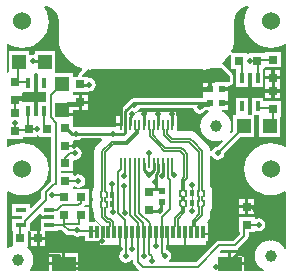
<source format=gtl>
G04*
G04 #@! TF.GenerationSoftware,Altium Limited,Altium Designer,20.0.13 (296)*
G04*
G04 Layer_Physical_Order=1*
G04 Layer_Color=255*
%FSLAX44Y44*%
%MOMM*%
G71*
G01*
G75*
%ADD11C,0.2000*%
%ADD14R,0.3000X1.0000*%
%ADD15R,2.0000X1.3000*%
G04:AMPARAMS|DCode=16|XSize=0.2mm|YSize=0.565mm|CornerRadius=0.05mm|HoleSize=0mm|Usage=FLASHONLY|Rotation=0.000|XOffset=0mm|YOffset=0mm|HoleType=Round|Shape=RoundedRectangle|*
%AMROUNDEDRECTD16*
21,1,0.2000,0.4650,0,0,0.0*
21,1,0.1000,0.5650,0,0,0.0*
1,1,0.1000,0.0500,-0.2325*
1,1,0.1000,-0.0500,-0.2325*
1,1,0.1000,-0.0500,0.2325*
1,1,0.1000,0.0500,0.2325*
%
%ADD16ROUNDEDRECTD16*%
G04:AMPARAMS|DCode=17|XSize=0.4mm|YSize=0.565mm|CornerRadius=0.05mm|HoleSize=0mm|Usage=FLASHONLY|Rotation=0.000|XOffset=0mm|YOffset=0mm|HoleType=Round|Shape=RoundedRectangle|*
%AMROUNDEDRECTD17*
21,1,0.4000,0.4650,0,0,0.0*
21,1,0.3000,0.5650,0,0,0.0*
1,1,0.1000,0.1500,-0.2325*
1,1,0.1000,-0.1500,-0.2325*
1,1,0.1000,-0.1500,0.2325*
1,1,0.1000,0.1500,0.2325*
%
%ADD17ROUNDEDRECTD17*%
%ADD18R,0.2300X0.9200*%
%ADD19R,0.4000X0.9000*%
%ADD20R,0.9000X0.4000*%
%ADD21R,0.7000X0.7600*%
%ADD22R,0.7600X0.7000*%
%ADD23R,1.1430X1.2700*%
%ADD24R,1.2700X1.1430*%
%ADD25R,0.6000X0.6000*%
%ADD26R,0.6000X0.6000*%
%ADD42C,0.1000*%
%ADD43C,1.0000*%
%ADD44C,0.1270*%
%ADD45C,0.1500*%
%ADD46C,0.2200*%
%ADD47C,0.3810*%
%ADD48C,1.5240*%
%ADD49C,0.5000*%
G36*
X-84090Y-98213D02*
X-80912Y-99529D01*
X-78183Y-101623D01*
X-76090Y-104352D01*
X-74773Y-107530D01*
X-74346Y-110771D01*
X-74369Y-110940D01*
Y-124900D01*
X-74393D01*
X-74062Y-129107D01*
X-73077Y-133210D01*
X-71462Y-137109D01*
X-69257Y-140707D01*
X-66516Y-143916D01*
X-63307Y-146657D01*
X-59709Y-148862D01*
X-55810Y-150477D01*
X-54648Y-150756D01*
X-54304Y-151978D01*
X-56870Y-154544D01*
X-57533Y-155536D01*
X-57765Y-156707D01*
X-57693Y-157070D01*
X-58633Y-158339D01*
X-58637Y-158340D01*
X-61900D01*
Y-155035D01*
X-76195D01*
X-77285Y-154600D01*
Y-135900D01*
X-94715D01*
Y-138647D01*
X-95697Y-139453D01*
X-96000Y-139392D01*
X-98015Y-139793D01*
X-98377Y-139718D01*
X-99285Y-139233D01*
Y-135900D01*
X-116715D01*
Y-153585D01*
X-117985Y-154565D01*
X-118131Y-154527D01*
Y-130521D01*
X-116861Y-129912D01*
X-113479Y-131720D01*
X-109323Y-132981D01*
X-105000Y-133407D01*
X-100677Y-132981D01*
X-96521Y-131720D01*
X-92690Y-129673D01*
X-89333Y-126917D01*
X-86577Y-123560D01*
X-84530Y-119729D01*
X-83269Y-115573D01*
X-82843Y-111250D01*
X-83269Y-106927D01*
X-84530Y-102771D01*
X-86447Y-99184D01*
X-86115Y-98441D01*
X-85706Y-98000D01*
X-84090Y-98213D01*
D02*
G37*
G36*
X70500Y-157500D02*
Y-161541D01*
X69750Y-162500D01*
X57750D01*
Y-162960D01*
X55250D01*
Y-168500D01*
X53750D01*
Y-170000D01*
X48210D01*
Y-174040D01*
X47750Y-174250D01*
Y-175750D01*
X-10000D01*
X-10320Y-176070D01*
X-11000D01*
X-12600Y-176388D01*
X-13956Y-177294D01*
X-20956Y-184294D01*
X-21862Y-185650D01*
X-22180Y-187250D01*
Y-191360D01*
X-25690D01*
Y-200250D01*
X-61950D01*
Y-194500D01*
X-61950D01*
X-62360Y-194005D01*
Y-186922D01*
X-62340Y-185660D01*
X-61090Y-185660D01*
X-57500D01*
Y-179620D01*
Y-173580D01*
X-61526D01*
X-61900Y-172465D01*
X-61900Y-172310D01*
Y-170880D01*
X-49200D01*
Y-170682D01*
X-48500Y-170108D01*
X-46354Y-169681D01*
X-44535Y-168465D01*
X-43319Y-166646D01*
X-42892Y-164500D01*
X-43319Y-162354D01*
X-44535Y-160535D01*
X-46354Y-159319D01*
X-48500Y-158892D01*
X-49200Y-158318D01*
Y-157880D01*
X-54221D01*
X-54707Y-156707D01*
X-49626Y-151625D01*
X-47500Y-151793D01*
Y-151793D01*
X-46230Y-151769D01*
X47500Y-151769D01*
Y-151793D01*
X51707Y-151462D01*
X55810Y-150477D01*
X56357Y-150250D01*
X63250D01*
X70500Y-157500D01*
D02*
G37*
G36*
X86115Y-98441D02*
X86447Y-99184D01*
X84530Y-102771D01*
X83269Y-106927D01*
X82843Y-111250D01*
X83269Y-115573D01*
X84530Y-119729D01*
X86577Y-123560D01*
X89333Y-126917D01*
X92690Y-129673D01*
X96521Y-131720D01*
X100677Y-132981D01*
X105000Y-133407D01*
X109323Y-132981D01*
X113479Y-131720D01*
X116861Y-129912D01*
X118131Y-130521D01*
X118131Y-216979D01*
X116861Y-217588D01*
X113479Y-215780D01*
X109323Y-214519D01*
X105000Y-214093D01*
X100677Y-214519D01*
X96521Y-215780D01*
X92690Y-217827D01*
X89333Y-220583D01*
X86577Y-223940D01*
X84530Y-227771D01*
X83269Y-231928D01*
X82843Y-236250D01*
X83269Y-240572D01*
X84530Y-244729D01*
X86577Y-248560D01*
X89333Y-251917D01*
X92690Y-254673D01*
X96521Y-256720D01*
X100677Y-257981D01*
X105000Y-258407D01*
X109323Y-257981D01*
X113479Y-256720D01*
X116861Y-254912D01*
X118131Y-255521D01*
X118131Y-303646D01*
X116861Y-303899D01*
X116465Y-302941D01*
X114361Y-300199D01*
X111619Y-298095D01*
X108426Y-296773D01*
X105000Y-296322D01*
X101574Y-296773D01*
X98381Y-298095D01*
X95639Y-300199D01*
X93535Y-302941D01*
X92213Y-306134D01*
X91762Y-309560D01*
X92213Y-312986D01*
X93535Y-316179D01*
X95639Y-318921D01*
X98381Y-321025D01*
X99339Y-321421D01*
X99086Y-322691D01*
X82860D01*
Y-317560D01*
X70320D01*
Y-316060D01*
X68820D01*
Y-307020D01*
X62297D01*
X61810Y-305847D01*
X63084Y-304573D01*
X74750D01*
X76213Y-304282D01*
X77454Y-303454D01*
X85454Y-295454D01*
X86282Y-294213D01*
X86573Y-292750D01*
Y-289620D01*
X91550D01*
Y-288907D01*
X92670Y-288308D01*
X92854Y-288431D01*
X95000Y-288858D01*
X97146Y-288431D01*
X98965Y-287215D01*
X100181Y-285396D01*
X100608Y-283250D01*
X100181Y-281104D01*
X98965Y-279285D01*
X97146Y-278069D01*
X95000Y-277642D01*
X92854Y-278069D01*
X92670Y-278192D01*
X91550Y-277593D01*
Y-276620D01*
X77950D01*
Y-289620D01*
X78927D01*
Y-291166D01*
X73166Y-296927D01*
X61500D01*
X60037Y-297218D01*
X58796Y-298046D01*
X41809Y-315034D01*
X19404D01*
X19018Y-313764D01*
X19465Y-313465D01*
X20681Y-311646D01*
X21108Y-309500D01*
X20681Y-307354D01*
X19465Y-305535D01*
X17646Y-304319D01*
X16823Y-304156D01*
Y-300060D01*
X50250D01*
Y-296600D01*
X51790D01*
Y-281520D01*
X51790D01*
X51395Y-280565D01*
X51838Y-280122D01*
X52902Y-278736D01*
X53570Y-277122D01*
X53798Y-275390D01*
Y-271770D01*
X54641Y-270672D01*
X55296Y-269091D01*
X55519Y-267394D01*
Y-262744D01*
X55296Y-261047D01*
X55232Y-260894D01*
X55296Y-260741D01*
X55519Y-259044D01*
Y-254394D01*
X55296Y-252697D01*
X54641Y-251116D01*
X53798Y-250018D01*
Y-225017D01*
X55068Y-224891D01*
X55069Y-224896D01*
X56285Y-226715D01*
X58104Y-227931D01*
X60250Y-228358D01*
X62396Y-227931D01*
X64215Y-226715D01*
X65431Y-224896D01*
X65847Y-222806D01*
X79303Y-209350D01*
X90965D01*
X90965Y-190650D01*
X92173Y-190500D01*
X94327D01*
X95535Y-190650D01*
Y-209350D01*
X112965D01*
Y-191870D01*
X113800D01*
Y-178870D01*
X100200D01*
Y-178870D01*
X99000Y-178701D01*
Y-175500D01*
X89000D01*
X89000Y-190500D01*
X87792Y-190650D01*
X87208D01*
X86000Y-190500D01*
X86000Y-189380D01*
Y-175500D01*
X76000D01*
X76000Y-190500D01*
X74792Y-190650D01*
X73535D01*
Y-203582D01*
X71404Y-205714D01*
X70327Y-204994D01*
X71287Y-202676D01*
X71738Y-199250D01*
X71287Y-195824D01*
X69965Y-192631D01*
X67861Y-189889D01*
X65119Y-187785D01*
X63368Y-187060D01*
X63621Y-185790D01*
X69290D01*
Y-181750D01*
X63750D01*
Y-178750D01*
X69290D01*
Y-174710D01*
X69290D01*
Y-174040D01*
X69290D01*
Y-170000D01*
X63750D01*
Y-167000D01*
X69290D01*
Y-166511D01*
X70122Y-165536D01*
X70515Y-165407D01*
X70921Y-165326D01*
X71077Y-165222D01*
X71255Y-165163D01*
X71569Y-164893D01*
X71913Y-164663D01*
X72017Y-164507D01*
X72160Y-164384D01*
X72910Y-163425D01*
X73096Y-163055D01*
X73326Y-162711D01*
X73363Y-162527D01*
X73447Y-162359D01*
X73478Y-161947D01*
X73559Y-161541D01*
Y-157500D01*
X73559Y-157500D01*
X73326Y-156329D01*
X72663Y-155337D01*
X72663Y-155337D01*
X65413Y-148087D01*
X64420Y-147424D01*
X64375Y-147415D01*
X64019Y-146049D01*
X66516Y-143916D01*
X69257Y-140707D01*
X70360Y-138907D01*
X71630Y-139265D01*
Y-151300D01*
X74813D01*
X76000Y-151500D01*
Y-166500D01*
X86000D01*
Y-166040D01*
X86000D01*
Y-159000D01*
X89000D01*
Y-166040D01*
X89000D01*
Y-166500D01*
X99000D01*
Y-151500D01*
X99870Y-151300D01*
Y-151013D01*
X100200Y-149880D01*
X113800D01*
Y-136880D01*
X100200D01*
X99870Y-137700D01*
X86870D01*
Y-138497D01*
X85600Y-138940D01*
X84630Y-138225D01*
Y-137700D01*
X72556D01*
X72517Y-137679D01*
X71743Y-136430D01*
X73077Y-133210D01*
X74062Y-129107D01*
X74393Y-124900D01*
X74369D01*
Y-110940D01*
X74346Y-110771D01*
X74773Y-107530D01*
X76090Y-104352D01*
X78183Y-101623D01*
X80912Y-99529D01*
X84090Y-98213D01*
X85706Y-98000D01*
X86115Y-98441D01*
D02*
G37*
G36*
X-92195Y-155555D02*
Y-170500D01*
X-85417D01*
X-84738Y-171770D01*
X-85018Y-172189D01*
X-85328Y-173750D01*
X-85328Y-173750D01*
Y-179500D01*
X-92195D01*
Y-179960D01*
X-92196D01*
Y-187000D01*
X-95195D01*
Y-179960D01*
X-95195D01*
Y-179500D01*
X-105160D01*
Y-178870D01*
X-111500D01*
Y-175870D01*
X-105160D01*
Y-171756D01*
X-105160Y-171330D01*
X-104234Y-170500D01*
X-95195D01*
Y-155671D01*
X-95055Y-155359D01*
X-94340Y-154639D01*
X-93108D01*
X-92195Y-155555D01*
D02*
G37*
G36*
X-90630Y-208187D02*
Y-208550D01*
X-80828D01*
Y-245829D01*
X-81203Y-246079D01*
X-81203Y-246079D01*
X-87799Y-252675D01*
X-88683Y-253998D01*
X-88993Y-255559D01*
X-88993Y-255559D01*
Y-260476D01*
X-97577Y-269059D01*
X-98750Y-268573D01*
Y-265500D01*
X-113750D01*
Y-275500D01*
X-105677D01*
X-105191Y-276673D01*
X-105763Y-277245D01*
X-106601Y-278500D01*
X-113750D01*
Y-288500D01*
X-113370D01*
Y-300854D01*
X-115619Y-301785D01*
X-116992Y-302839D01*
X-118131Y-302277D01*
Y-255521D01*
X-116861Y-254912D01*
X-113479Y-256720D01*
X-109323Y-257981D01*
X-105000Y-258407D01*
X-100677Y-257981D01*
X-96521Y-256720D01*
X-92690Y-254673D01*
X-89333Y-251917D01*
X-86577Y-248560D01*
X-84530Y-244729D01*
X-83269Y-240572D01*
X-82843Y-236250D01*
X-83269Y-231928D01*
X-84530Y-227771D01*
X-86577Y-223940D01*
X-89333Y-220583D01*
X-92690Y-217827D01*
X-96521Y-215780D01*
X-100677Y-214519D01*
X-105000Y-214093D01*
X-109323Y-214519D01*
X-113479Y-215780D01*
X-116861Y-217588D01*
X-118131Y-216979D01*
Y-210490D01*
X-104700D01*
Y-208550D01*
X-97444D01*
X-97050Y-208628D01*
X-96656Y-208550D01*
X-92870D01*
Y-207706D01*
X-92750Y-207608D01*
X-91612Y-207381D01*
X-90630Y-208187D01*
D02*
G37*
G36*
X-37689Y-211354D02*
X-42227Y-215891D01*
X-43291Y-217278D01*
X-43959Y-218892D01*
X-44187Y-220624D01*
Y-250949D01*
X-45030Y-252047D01*
X-45685Y-253628D01*
X-45908Y-255325D01*
Y-259975D01*
X-45685Y-261672D01*
X-45621Y-261825D01*
X-45685Y-261978D01*
X-45908Y-263675D01*
Y-268325D01*
X-45685Y-270022D01*
X-45030Y-271603D01*
X-44187Y-272701D01*
Y-277049D01*
X-43959Y-278781D01*
X-43541Y-279790D01*
X-44285Y-281060D01*
X-48450D01*
Y-268620D01*
X-52193D01*
X-52679Y-267447D01*
X-52549Y-267316D01*
X-52549Y-267316D01*
X-51923Y-266380D01*
X-48450D01*
Y-253380D01*
X-60941D01*
X-61950Y-252750D01*
X-61950Y-252151D01*
Y-251519D01*
X-60680Y-250840D01*
X-59796Y-251431D01*
X-57650Y-251858D01*
X-55504Y-251431D01*
X-53685Y-250215D01*
X-52469Y-248396D01*
X-52042Y-246250D01*
X-52469Y-244104D01*
X-53685Y-242285D01*
X-55504Y-241069D01*
X-57650Y-240642D01*
X-59796Y-241069D01*
X-60680Y-241660D01*
X-61950Y-240981D01*
Y-239750D01*
X-72672D01*
Y-237510D01*
X-61950D01*
Y-228928D01*
X-60968Y-228122D01*
X-60290Y-228257D01*
X-58144Y-227830D01*
X-56325Y-226615D01*
X-55109Y-224795D01*
X-54682Y-222649D01*
X-55109Y-220503D01*
X-56325Y-218684D01*
X-58144Y-217468D01*
X-60290Y-217042D01*
X-61428Y-217268D01*
X-62410Y-216462D01*
Y-212082D01*
X-61140Y-211282D01*
X-59500Y-211608D01*
X-57354Y-211181D01*
X-55857Y-210180D01*
X-38175D01*
X-37689Y-211354D01*
D02*
G37*
G36*
X39819Y-185646D02*
X41035Y-187465D01*
X42854Y-188681D01*
X45000Y-189108D01*
X47146Y-188681D01*
X48965Y-187465D01*
X49777Y-186250D01*
X52269D01*
X52521Y-187520D01*
X51881Y-187785D01*
X49139Y-189889D01*
X47035Y-192631D01*
X45713Y-195824D01*
X45262Y-199250D01*
X45713Y-202676D01*
X47035Y-205869D01*
X49139Y-208611D01*
X51881Y-210715D01*
X55074Y-212037D01*
X58500Y-212488D01*
X61926Y-212037D01*
X64244Y-211077D01*
X64964Y-212154D01*
X59907Y-217211D01*
X58104Y-217569D01*
X56285Y-218785D01*
X55069Y-220604D01*
X55068Y-220608D01*
X53798Y-220483D01*
Y-220446D01*
X53570Y-218714D01*
X52902Y-217100D01*
X51838Y-215714D01*
X44812Y-208687D01*
X44812Y-208687D01*
X41856Y-205732D01*
X40470Y-204668D01*
X38856Y-204000D01*
X37124Y-203772D01*
X25690D01*
Y-191360D01*
X25150D01*
Y-187900D01*
X-6520D01*
X-6905Y-186630D01*
X-6285Y-186215D01*
X-5092Y-184430D01*
X39577D01*
X39819Y-185646D01*
D02*
G37*
G36*
X-89750Y-274427D02*
Y-275500D01*
X-89290D01*
Y-275501D01*
X-82250D01*
Y-278500D01*
X-89290D01*
Y-278500D01*
X-89750D01*
Y-288410D01*
X-90130D01*
Y-293250D01*
X-85590D01*
Y-288500D01*
X-74750D01*
Y-287578D01*
X-71809D01*
X-68634Y-290754D01*
X-68634Y-290754D01*
X-67311Y-291638D01*
X-65750Y-291948D01*
X-65750Y-291948D01*
X-62546D01*
X-60896Y-293051D01*
X-58750Y-293478D01*
X-56604Y-293051D01*
X-55813Y-292522D01*
X-51750D01*
Y-297060D01*
X-39750D01*
Y-300060D01*
X-21323D01*
Y-305690D01*
X-21465Y-305785D01*
X-22681Y-307604D01*
X-23108Y-309750D01*
X-22681Y-311896D01*
X-21465Y-313715D01*
X-19646Y-314931D01*
X-17500Y-315358D01*
X-15354Y-314931D01*
X-13535Y-313715D01*
X-12593Y-312307D01*
X-11323Y-312692D01*
Y-314500D01*
X-11032Y-315963D01*
X-10204Y-317204D01*
X-5986Y-321421D01*
X-6075Y-321996D01*
X-6440Y-322691D01*
X-57710D01*
Y-317560D01*
X-70250D01*
X-82790D01*
Y-322691D01*
X-98100D01*
X-98726Y-321421D01*
X-97535Y-319869D01*
X-96213Y-316676D01*
X-95762Y-313250D01*
X-96213Y-309824D01*
X-97535Y-306631D01*
X-99639Y-303889D01*
X-101032Y-302820D01*
X-100601Y-301550D01*
X-100370D01*
Y-288500D01*
X-98903D01*
X-98750Y-288500D01*
X-97670Y-288959D01*
Y-293250D01*
X-93130D01*
Y-288410D01*
X-97517D01*
X-97670Y-288410D01*
X-98750Y-287951D01*
Y-281768D01*
X-90923Y-273941D01*
X-89750Y-274427D01*
D02*
G37*
%LPC*%
G36*
X52250Y-162960D02*
X48210D01*
Y-167000D01*
X52250D01*
Y-162960D01*
D02*
G37*
G36*
X-49660Y-173580D02*
X-54500D01*
Y-178120D01*
X-49660D01*
Y-173580D01*
D02*
G37*
G36*
Y-181120D02*
X-54500D01*
Y-185660D01*
X-49660D01*
Y-181120D01*
D02*
G37*
G36*
X113340Y-152580D02*
X108500D01*
Y-157120D01*
X113340D01*
Y-152580D01*
D02*
G37*
G36*
X105500D02*
X100660D01*
Y-157120D01*
X105500D01*
Y-152580D01*
D02*
G37*
G36*
X113340Y-160120D02*
X107000D01*
X100660D01*
Y-164090D01*
X100660D01*
Y-168630D01*
X107000D01*
X113340D01*
Y-164660D01*
X113340D01*
Y-160120D01*
D02*
G37*
G36*
X113340Y-171630D02*
X108500D01*
Y-176170D01*
X113340D01*
Y-171630D01*
D02*
G37*
G36*
X105500D02*
X100660D01*
Y-176170D01*
X105500D01*
Y-171630D01*
D02*
G37*
G36*
X91090Y-261840D02*
X86250D01*
Y-266380D01*
X91090D01*
Y-261840D01*
D02*
G37*
G36*
X83250D02*
X78410D01*
Y-266380D01*
X83250D01*
Y-261840D01*
D02*
G37*
G36*
X91090Y-269380D02*
X86250D01*
Y-273920D01*
X91090D01*
Y-269380D01*
D02*
G37*
G36*
X83250D02*
X78410D01*
Y-273920D01*
X83250D01*
Y-269380D01*
D02*
G37*
G36*
X82860Y-307020D02*
X71820D01*
Y-314560D01*
X82860D01*
Y-307020D01*
D02*
G37*
G36*
X-85590Y-296250D02*
X-90130D01*
Y-301090D01*
X-85590D01*
Y-296250D01*
D02*
G37*
G36*
X-93130D02*
X-97670D01*
Y-301090D01*
X-93130D01*
Y-296250D01*
D02*
G37*
G36*
X-57710Y-307020D02*
X-68750D01*
Y-314560D01*
X-57710D01*
Y-307020D01*
D02*
G37*
G36*
X-71750D02*
X-82790D01*
Y-314560D01*
X-71750D01*
Y-307020D01*
D02*
G37*
%LPD*%
D11*
X-57650Y-266650D02*
X-55432Y-264432D01*
Y-260062D02*
X-55250Y-259880D01*
X-55432Y-264432D02*
Y-260062D01*
X-71885Y-266650D02*
X-57650D01*
X-82250Y-270500D02*
X-75735D01*
X-71885Y-266650D01*
X-47250Y-288444D02*
X-42750D01*
X-71370Y-258380D02*
X-69750Y-260000D01*
X-80140Y-258380D02*
X-71370D01*
X-76750Y-248963D02*
Y-196750D01*
X-102879Y-280129D02*
X-84915Y-262165D01*
Y-255559D02*
X-78319Y-248963D01*
X-76750D01*
X-84915Y-262165D02*
Y-255559D01*
X-103879Y-283500D02*
X-102879Y-282500D01*
X-106250Y-283500D02*
X-103879D01*
X-102879Y-282500D02*
Y-280129D01*
X-81250Y-192250D02*
X-76750Y-196750D01*
X-57000Y-282870D02*
Y-276490D01*
X-69750Y-282870D02*
X-57000D01*
X-58176Y-288444D02*
X-47250D01*
X-42250Y-289060D02*
Y-288944D01*
X-42750Y-288444D02*
X-42250Y-288944D01*
X-58750Y-287870D02*
X-58176Y-288444D01*
X-69750Y-282870D02*
Y-276490D01*
X-56000Y-179620D02*
X-23380D01*
X-65750Y-287870D02*
X-58750D01*
X-69750Y-283870D02*
Y-282870D01*
Y-283870D02*
X-65750Y-287870D01*
X-110810Y-161440D02*
X-109000Y-159630D01*
X87250Y-144500D02*
X93370D01*
X-111500Y-203990D02*
Y-197250D01*
X-111500Y-197250D01*
X-57000Y-180620D02*
X-56000Y-179620D01*
X-99120Y-202000D02*
X-93000D01*
X-99370Y-201750D02*
X-99120Y-202000D01*
X-101870Y-202600D02*
X-99000D01*
X-101870D02*
X-100195Y-200925D01*
X-99000Y-202600D02*
X-97050Y-204550D01*
X-81250Y-192250D02*
Y-173750D01*
X-76600Y-169100D01*
Y-168465D01*
X-71885Y-163750D01*
X-71250D01*
X60250Y-222635D02*
X82250Y-200635D01*
X60250Y-222750D02*
Y-222635D01*
X82250Y-200635D02*
Y-200000D01*
X9850Y-231450D02*
X10000Y-231300D01*
X23000Y-241250D02*
Y-240438D01*
X22000Y-239438D02*
X23000Y-240438D01*
X22000Y-239438D02*
Y-231300D01*
X81750Y-200500D02*
X82250Y-200000D01*
X-106870Y-284120D02*
X-106250Y-283500D01*
X94000Y-183000D02*
X95000Y-184000D01*
X105630D01*
X107000Y-185370D01*
X104250Y-200000D02*
X107000Y-197250D01*
Y-185370D01*
X78130Y-144500D02*
X80630Y-147000D01*
Y-158630D02*
Y-147000D01*
Y-158630D02*
X81000Y-159000D01*
X93370Y-144500D02*
X94490Y-143380D01*
X107000D01*
X93370Y-144500D02*
X94000Y-145130D01*
Y-159000D02*
Y-145130D01*
X-70380Y-283500D02*
X-69750Y-282870D01*
X-82250Y-283500D02*
X-70380D01*
X-91380Y-295000D02*
X-83250D01*
X-91630Y-294750D02*
X-91380Y-295000D01*
X-106870Y-294750D02*
Y-284120D01*
X-23380Y-179620D02*
X-22000Y-181000D01*
X-87000Y-146250D02*
X-86000Y-145250D01*
X-93750Y-178000D02*
X-93722Y-178027D01*
Y-186973D02*
Y-178027D01*
Y-186973D02*
X-93695Y-187000D01*
X-103620Y-174870D02*
X-103500Y-174750D01*
X-109000Y-174870D02*
X-103620D01*
X-111500Y-177370D02*
X-109000Y-174870D01*
X-111500Y-188750D02*
Y-177370D01*
X-110110Y-202600D02*
X-101870D01*
X-111500Y-203990D02*
X-110110Y-202600D01*
X-100195Y-200925D02*
Y-187000D01*
X-86630Y-199250D02*
X-84130Y-201750D01*
X-86630Y-199250D02*
Y-187565D01*
X-87195Y-187000D02*
X-86630Y-187565D01*
X-100945Y-162250D02*
X-100195Y-163000D01*
X-110000Y-162250D02*
X-100945D01*
X-110120Y-162130D02*
X-110000Y-162250D01*
X-111500Y-162130D02*
X-110120D01*
X-111500D02*
X-110810Y-161440D01*
X-109000Y-159630D02*
Y-146250D01*
X-108000Y-145250D01*
D14*
X-42250Y-289060D02*
D03*
X-32250D02*
D03*
X-37250D02*
D03*
X-22250D02*
D03*
X-12250D02*
D03*
X-17250D02*
D03*
X-2250D02*
D03*
X2750D02*
D03*
X7750D02*
D03*
X22750D02*
D03*
X32750D02*
D03*
X27750D02*
D03*
X42750D02*
D03*
X47750D02*
D03*
X-47250D02*
D03*
X-27250D02*
D03*
X-7250D02*
D03*
X12750D02*
D03*
X17750D02*
D03*
X37750D02*
D03*
D15*
X70320Y-316060D02*
D03*
X-70250D02*
D03*
D16*
X-38852Y-257650D02*
D03*
X-33852D02*
D03*
X-23852D02*
D03*
X-18852D02*
D03*
Y-266000D02*
D03*
X-23852D02*
D03*
X-33852D02*
D03*
X-38852D02*
D03*
X28463Y-256719D02*
D03*
X33463D02*
D03*
X43463D02*
D03*
X48463D02*
D03*
Y-265069D02*
D03*
X43463D02*
D03*
X33463D02*
D03*
X28463D02*
D03*
D17*
X-28852Y-257650D02*
D03*
Y-266000D02*
D03*
X38463Y-256719D02*
D03*
Y-265069D02*
D03*
D18*
X-14000Y-231300D02*
D03*
X-10000D02*
D03*
X-6000D02*
D03*
X-22000D02*
D03*
X-18000D02*
D03*
X-2000D02*
D03*
X2000D02*
D03*
X6000D02*
D03*
X10000D02*
D03*
X14000D02*
D03*
X18000D02*
D03*
X22000D02*
D03*
Y-198500D02*
D03*
X18000D02*
D03*
X14000D02*
D03*
X10000D02*
D03*
X6000D02*
D03*
X2000D02*
D03*
X-2000D02*
D03*
X-6000D02*
D03*
X-10000D02*
D03*
X-14000D02*
D03*
X-18000D02*
D03*
X-22000D02*
D03*
D19*
X-93695Y-187000D02*
D03*
X-100195D02*
D03*
Y-163000D02*
D03*
X-87195Y-187000D02*
D03*
Y-163000D02*
D03*
X87500Y-159000D02*
D03*
X94000D02*
D03*
Y-183000D02*
D03*
X81000Y-159000D02*
D03*
Y-183000D02*
D03*
D20*
X-106250Y-270500D02*
D03*
X-82250D02*
D03*
X-106250Y-283500D02*
D03*
X-82250D02*
D03*
Y-277000D02*
D03*
D21*
X93370Y-144500D02*
D03*
X78130D02*
D03*
X-84130Y-201750D02*
D03*
X-99370D02*
D03*
X-91630Y-294750D02*
D03*
X-106870D02*
D03*
D22*
X107000Y-158620D02*
D03*
Y-143380D02*
D03*
X107000Y-170130D02*
D03*
Y-185370D02*
D03*
X-111500Y-203990D02*
D03*
Y-188750D02*
D03*
X-55250Y-259880D02*
D03*
Y-275120D02*
D03*
X-111500Y-177370D02*
D03*
Y-162130D02*
D03*
X-69750Y-260000D02*
D03*
Y-275240D02*
D03*
X-56000Y-164380D02*
D03*
Y-179620D02*
D03*
X-68750Y-216240D02*
D03*
Y-201000D02*
D03*
X2250Y-270370D02*
D03*
Y-255130D02*
D03*
X84750Y-283120D02*
D03*
Y-267880D02*
D03*
X-68750Y-246250D02*
D03*
Y-231010D02*
D03*
D23*
X82250Y-200000D02*
D03*
X104250D02*
D03*
X-108000Y-145250D02*
D03*
X-86000D02*
D03*
D24*
X-71250Y-163750D02*
D03*
Y-185750D02*
D03*
D25*
X63750Y-180250D02*
D03*
X53750D02*
D03*
X63750Y-168500D02*
D03*
X53750D02*
D03*
D26*
X13500Y-264250D02*
D03*
Y-254250D02*
D03*
D42*
X21750Y-189371D02*
X21360Y-187411D01*
X20250Y-185750D01*
X-1823Y-188823D02*
X-2000Y-189250D01*
X9750Y-188768D02*
X8500Y-185750D01*
X38463Y-256719D02*
Y-249628D01*
X38250Y-249415D02*
X38463Y-249628D01*
Y-265069D02*
Y-256719D01*
Y-271861D02*
Y-265069D01*
X38390Y-271934D02*
X38463Y-271861D01*
X-41318Y-281560D02*
X-41129D01*
X-47250Y-275628D02*
X-41318Y-281560D01*
X-41129D02*
X-39250Y-283439D01*
X-37250Y-289060D02*
Y-285560D01*
X-39250Y-283560D02*
X-37250Y-285560D01*
X-39250Y-283560D02*
Y-283439D01*
X-38078Y-288706D02*
X-37250Y-289060D01*
X-38660Y-288457D02*
X-38078Y-288706D01*
X20250Y-185750D02*
X23000D01*
X8500D02*
X20250D01*
X21750Y-189500D02*
Y-189371D01*
X1250Y-185750D02*
X8500D01*
X-6000D02*
X1250D01*
X-1823Y-188823D02*
X1250Y-185750D01*
X9750Y-189250D02*
Y-188768D01*
X-12500Y-189500D02*
X-6000Y-185750D01*
D43*
X58500Y-199250D02*
D03*
X-109000Y-313250D02*
D03*
X105000Y-309560D02*
D03*
D44*
X48463Y-266894D02*
Y-265069D01*
X48098Y-267259D02*
X48463Y-266894D01*
X47850Y-267259D02*
X48098D01*
X47106Y-268003D02*
X47850Y-267259D01*
X47106Y-275390D02*
Y-268003D01*
X42750Y-289060D02*
Y-285560D01*
X41393Y-281103D02*
X47106Y-275390D01*
X41393Y-284203D02*
X42750Y-285560D01*
X41393Y-284203D02*
Y-281103D01*
X48098Y-254529D02*
X48463Y-254894D01*
Y-256719D02*
Y-254894D01*
X47106Y-253785D02*
X47850Y-254529D01*
X47106Y-253785D02*
Y-220446D01*
X47850Y-254529D02*
X48098D01*
X18000Y-201950D02*
Y-198500D01*
X21607Y-210464D02*
X37124D01*
X17143Y-202807D02*
X18000Y-201950D01*
X17143Y-205005D02*
X17143Y-205005D01*
X17143Y-205005D02*
Y-202807D01*
X17143Y-206000D02*
Y-205005D01*
X40079Y-213420D02*
X47106Y-220446D01*
X37124Y-210464D02*
X40079Y-213420D01*
X17143Y-206000D02*
X21607Y-210464D01*
X44076Y-267259D02*
X44820Y-268003D01*
Y-274443D02*
Y-268003D01*
X39107Y-280156D02*
X44820Y-274443D01*
X43463Y-266894D02*
X43828Y-267259D01*
X43463Y-266894D02*
Y-265069D01*
X43828Y-267259D02*
X44076D01*
X39107Y-284203D02*
Y-280156D01*
X37750Y-285560D02*
X39107Y-284203D01*
X37750Y-289060D02*
Y-285560D01*
X44820Y-253785D02*
Y-221393D01*
X44076Y-254529D02*
X44820Y-253785D01*
X43828Y-254529D02*
X44076D01*
X43463Y-256719D02*
Y-254894D01*
X43828Y-254529D01*
X14857Y-205952D02*
X14857Y-205952D01*
X20660Y-212750D02*
X36177D01*
X14857Y-206947D02*
Y-205952D01*
X14000Y-201950D02*
X14857Y-202807D01*
X14000Y-201950D02*
Y-198500D01*
X14857Y-205952D02*
Y-202807D01*
X36177Y-212750D02*
X44820Y-221393D01*
X14857Y-206947D02*
X20660Y-212750D01*
X44076Y-258909D02*
X44820Y-259653D01*
X43463Y-263244D02*
X43828Y-262879D01*
X48463Y-265069D02*
Y-263244D01*
X47106Y-262135D02*
Y-259653D01*
X48463Y-258544D02*
Y-256719D01*
X43828Y-258909D02*
X44076D01*
X43828Y-262879D02*
X44076D01*
X48098D02*
X48463Y-263244D01*
X47106Y-259653D02*
X47850Y-258909D01*
X43463Y-258544D02*
X43828Y-258909D01*
X44076Y-262879D02*
X44820Y-262135D01*
X47850Y-262879D02*
X48098D01*
X47850Y-258909D02*
X48098D01*
X43463Y-258544D02*
Y-256719D01*
X44820Y-262135D02*
Y-259653D01*
X43463Y-265069D02*
Y-263244D01*
X47106Y-262135D02*
X47850Y-262879D01*
X48098Y-258909D02*
X48463Y-258544D01*
X33463Y-266894D02*
Y-265069D01*
X33098Y-267259D02*
X33463Y-266894D01*
X32850Y-267259D02*
X33098D01*
X32106Y-272377D02*
Y-268003D01*
X32850Y-267259D01*
X26393Y-278090D02*
X32106Y-272377D01*
X26393Y-284203D02*
X27750Y-285560D01*
X26393Y-284203D02*
Y-278090D01*
X27750Y-289060D02*
Y-285560D01*
X34392Y-243667D02*
Y-222910D01*
X31437Y-219954D02*
X34392Y-222910D01*
X33098Y-254529D02*
X33463Y-254894D01*
X32106Y-245953D02*
X34392Y-243667D01*
X32106Y-253785D02*
X32850Y-254529D01*
X32106Y-253785D02*
Y-245953D01*
X32850Y-254529D02*
X33098D01*
X33463Y-256719D02*
Y-254894D01*
X10500Y-212750D02*
X15870Y-218120D01*
X5143Y-207393D02*
X10500Y-212750D01*
X29602Y-218120D02*
X31436Y-219954D01*
X15870Y-218120D02*
X29602D01*
X6000Y-201950D02*
Y-198500D01*
X5143Y-207393D02*
Y-202807D01*
X6000Y-201950D01*
X31436Y-219954D02*
X31437D01*
X29076Y-267259D02*
X29820Y-268003D01*
X28463Y-266894D02*
X28828Y-267259D01*
X29820Y-271430D02*
Y-268003D01*
X28828Y-267259D02*
X29076D01*
X28463Y-266894D02*
Y-265069D01*
X24107Y-277143D02*
X29820Y-271430D01*
X24107Y-284203D02*
Y-277143D01*
X22750Y-285560D02*
X24107Y-284203D01*
X22750Y-289060D02*
Y-285560D01*
X32106Y-242720D02*
Y-223857D01*
X28655Y-220406D02*
X32106Y-223857D01*
X29820Y-253785D02*
Y-245006D01*
X32106Y-242720D01*
X29076Y-254529D02*
X29820Y-253785D01*
X28828Y-254529D02*
X29076D01*
X28463Y-254894D02*
X28828Y-254529D01*
X28463Y-256719D02*
Y-254894D01*
X9655Y-215138D02*
Y-215138D01*
X2857Y-208340D02*
X9655Y-215138D01*
X14923Y-220406D02*
X28655D01*
X9655Y-215138D02*
X14923Y-220406D01*
X2000Y-201950D02*
Y-198500D01*
X2857Y-208340D02*
Y-202807D01*
X2000Y-201950D02*
X2857Y-202807D01*
X29820Y-262135D02*
Y-259653D01*
X28463Y-265069D02*
Y-263244D01*
X32106Y-262135D02*
Y-259653D01*
X32850Y-258909D01*
X29076D02*
X29820Y-259653D01*
X28463Y-263244D02*
X28828Y-262879D01*
X33098D02*
X33463Y-263244D01*
X32850Y-258909D02*
X33098D01*
X33463Y-258544D02*
Y-256719D01*
X28463Y-258544D02*
X28828Y-258909D01*
X29076Y-262879D02*
X29820Y-262135D01*
X33463Y-265069D02*
Y-263244D01*
X33098Y-258909D02*
X33463Y-258544D01*
X28463D02*
Y-256719D01*
X28828Y-258909D02*
X29076D01*
X28828Y-262879D02*
X29076D01*
X32850D02*
X33098D01*
X32106Y-262135D02*
X32850Y-262879D01*
X-32744Y-278567D02*
X-32737Y-278575D01*
X-35209Y-276102D02*
X-32744Y-278567D01*
X-35030Y-279514D02*
X-33684Y-280861D01*
X-30690Y-278575D02*
X-28607Y-280658D01*
X-27250Y-289060D02*
Y-285560D01*
X-28607Y-284203D02*
X-27250Y-285560D01*
X-28607Y-284203D02*
Y-280658D01*
X-32737Y-278575D02*
X-30690D01*
X-6000Y-201950D02*
Y-198500D01*
X-6857Y-202807D02*
X-6000Y-201950D01*
X-6857Y-205533D02*
Y-202807D01*
X-16360Y-215036D02*
X-6857Y-205533D01*
X-28674Y-215036D02*
X-16360D01*
X-33852Y-259475D02*
Y-257650D01*
Y-266000D02*
Y-264175D01*
X-34217Y-255460D02*
X-33852Y-255825D01*
X-35209Y-221570D02*
X-28674Y-215036D01*
X-33852Y-257650D02*
Y-255825D01*
X-34217Y-259840D02*
X-33852Y-259475D01*
X-35209Y-254716D02*
X-34465Y-255460D01*
X-35209Y-254716D02*
Y-221570D01*
X-34465Y-259840D02*
X-34217D01*
X-34465Y-255460D02*
X-34217D01*
Y-263810D02*
X-33852Y-264175D01*
X-34465Y-263810D02*
X-34217D01*
X-35209Y-260584D02*
X-34465Y-259840D01*
X-35209Y-263066D02*
X-34465Y-263810D01*
X-35209Y-263066D02*
Y-260584D01*
X-30893Y-284203D02*
Y-281605D01*
X-31637Y-280861D02*
X-30893Y-281605D01*
X-32250Y-285560D02*
X-30893Y-284203D01*
X-32250Y-289060D02*
Y-285560D01*
X-33684Y-280861D02*
X-31637D01*
X-10000Y-201950D02*
Y-198500D01*
Y-201950D02*
X-9143Y-202807D01*
Y-204587D02*
Y-202807D01*
X-17307Y-212750D02*
X-9143Y-204587D01*
X-29621Y-212750D02*
X-17307D01*
X-37495Y-220624D02*
X-29621Y-212750D01*
X-37495Y-263066D02*
Y-260584D01*
Y-254716D02*
Y-220624D01*
X-38239Y-255460D02*
X-37495Y-254716D01*
X-38487Y-259840D02*
X-38239D01*
X-38487Y-255460D02*
X-38239D01*
X-38852Y-257650D02*
Y-255825D01*
X-38487Y-255460D01*
X-38852Y-259475D02*
X-38487Y-259840D01*
X-38852Y-259475D02*
Y-257650D01*
X-38239Y-259840D02*
X-37495Y-260584D01*
X-38239Y-263810D02*
X-37495Y-263066D01*
X-38487Y-263810D02*
X-38239D01*
X-38852Y-264175D02*
X-38487Y-263810D01*
X-38852Y-266000D02*
Y-264175D01*
Y-267825D02*
X-38487Y-268190D01*
X-37495Y-277049D02*
X-35030Y-279514D01*
X-35209Y-268934D02*
X-34465Y-268190D01*
X-38852Y-267825D02*
Y-266000D01*
X-37495Y-277049D02*
Y-268934D01*
X-34465Y-268190D02*
X-34217D01*
X-38239D02*
X-37495Y-268934D01*
X-33852Y-267825D02*
Y-266000D01*
X-35209Y-276102D02*
Y-268934D01*
X-38487Y-268190D02*
X-38239D01*
X-35030Y-279514D02*
X-35030D01*
X-34217Y-268190D02*
X-33852Y-267825D01*
D45*
X32500Y-304000D02*
Y-289310D01*
X32750Y-289060D01*
X18250Y-243750D02*
Y-231300D01*
X12750Y-289060D02*
Y-277071D01*
X20250Y-269571D02*
Y-245750D01*
X12750Y-277071D02*
X20250Y-269571D01*
X18250Y-301000D02*
Y-289560D01*
X17750Y-289060D02*
X18250Y-289560D01*
X-28759Y-272167D02*
Y-257743D01*
X-28852Y-257650D02*
X-28759Y-257743D01*
X-28852Y-257650D02*
Y-249077D01*
X-28801Y-249026D01*
X-37370Y-292187D02*
X-37274Y-297159D01*
X47961Y-291439D02*
X55246D01*
X47900Y-291500D02*
X47961Y-291439D01*
X-18000Y-288310D02*
Y-279335D01*
X-23852Y-273483D02*
Y-266000D01*
Y-273483D02*
X-18000Y-279335D01*
X-23852Y-266000D02*
Y-257650D01*
X12750Y-289060D02*
X13000Y-289310D01*
Y-306871D02*
Y-289310D01*
Y-306871D02*
X15500Y-309371D01*
Y-309500D02*
Y-309371D01*
X-2000Y-309750D02*
X-1750Y-310000D01*
X-2000Y-309750D02*
Y-295250D01*
X7750Y-301100D02*
Y-289060D01*
X-23852Y-257650D02*
Y-245148D01*
X-18000Y-288310D02*
X-17250Y-289060D01*
X-18852Y-271500D02*
Y-266000D01*
X-7500Y-314500D02*
Y-281560D01*
X-14000Y-231300D02*
X-13600Y-230900D01*
X-14000Y-275060D02*
Y-231300D01*
Y-275060D02*
X-7500Y-281560D01*
X-18852Y-266000D02*
Y-257650D01*
X-18834Y-257631D01*
Y-250232D01*
X-18815Y-250214D01*
X-24500Y-244500D02*
X-23852Y-245148D01*
X-64520Y-222649D02*
X-60290D01*
X-68750Y-231010D02*
Y-226830D01*
X-68700D01*
X-64520Y-222649D01*
X-68880Y-246380D02*
X-68750Y-246250D01*
X-57650D01*
X-2500Y-294750D02*
Y-287250D01*
X-10000Y-274703D02*
Y-231300D01*
X-2893Y-286857D02*
X-2500Y-287250D01*
X-2893Y-286857D02*
Y-281810D01*
X-10000Y-274703D02*
X-2893Y-281810D01*
X2500Y-307990D02*
Y-286000D01*
X-6000Y-273157D02*
Y-231300D01*
X2500Y-286000D02*
X2653Y-285847D01*
Y-281810D01*
X-6000Y-273157D02*
X2653Y-281810D01*
X82750Y-283250D02*
X95000D01*
X43393Y-318857D02*
X61500Y-300750D01*
X-3143Y-318857D02*
X43393D01*
X-7500Y-314500D02*
X-3143Y-318857D01*
X4330Y-314128D02*
Y-309820D01*
X2500Y-307990D02*
X4330Y-309820D01*
X-22000Y-236250D02*
Y-231300D01*
X-24500Y-238750D02*
X-22000Y-236250D01*
X-24500Y-244500D02*
Y-238750D01*
X-2500Y-294750D02*
X-2000Y-295250D01*
X-18000Y-294250D02*
X-17500Y-294750D01*
X61500Y-300750D02*
X74750D01*
X82750Y-292750D01*
Y-283250D01*
X18250Y-243750D02*
X20250Y-245750D01*
X18250Y-301000D02*
X22000Y-304750D01*
X-17500Y-309750D02*
Y-294750D01*
X-18750Y-241750D02*
X-18375Y-241375D01*
Y-231675D01*
X-18000Y-231300D01*
X-90250Y-277000D02*
X-82250D01*
X-82250Y-277000D01*
X-68240Y-216750D02*
X-61750D01*
X-68750Y-216240D02*
X-68240Y-216750D01*
X-22500Y-303750D02*
Y-294750D01*
X-12500Y-303750D02*
Y-294750D01*
X32500Y-304000D02*
X32500Y-304000D01*
X-11250Y-170250D02*
X53750D01*
X2000Y-231300D02*
Y-222750D01*
X-68750Y-201000D02*
X-68450D01*
X-22000Y-181000D02*
X-11250Y-170250D01*
D46*
X-84130Y-309000D02*
X-75000D01*
X-64440Y-319560D02*
X-54750D01*
X-75000Y-309000D02*
X-64440Y-319560D01*
X-22000Y-197800D02*
Y-181000D01*
X-2000Y-198500D02*
Y-189250D01*
X1045Y-271875D02*
X11125D01*
X12030Y-270220D02*
Y-265720D01*
X10500Y-271750D02*
X12030Y-270220D01*
X47500Y-291900D02*
X47900Y-291500D01*
X-67500Y-189500D02*
X-59500D01*
X-71250Y-185750D02*
X-67500Y-189500D01*
X-28750Y-206000D02*
X-19250D01*
X64300Y-319250D02*
Y-319150D01*
X69700Y-313750D01*
X58500Y-319250D02*
X64300D01*
X76200Y-308350D02*
Y-308250D01*
X70800Y-313750D02*
X76200Y-308350D01*
X69700Y-313750D02*
X70800D01*
X76200Y-308250D02*
X82000D01*
X89130Y-267880D02*
X92500Y-271250D01*
X84750Y-267880D02*
X89130D01*
X99250Y-170000D02*
X106870D01*
X107000Y-170130D01*
X107000Y-170130D01*
Y-158620D01*
X87625Y-167125D02*
X87750Y-167250D01*
X87625Y-167125D02*
Y-159125D01*
X87500Y-159000D02*
X87625Y-159125D01*
X70125Y-180125D02*
X70250Y-180000D01*
X63875Y-180125D02*
X70125D01*
X63750Y-180250D02*
X63875Y-180125D01*
X63750Y-168500D02*
X70250D01*
X-55880Y-164500D02*
X-48500D01*
X-56000Y-164380D02*
X-55880Y-164500D01*
X-28750Y-197750D02*
X-22050D01*
X-22000Y-197800D01*
Y-198500D02*
Y-197800D01*
X-71250Y-185750D02*
X-66750Y-181250D01*
X-96000Y-145000D02*
X-86250D01*
X-86000Y-145250D01*
X-11000Y-180250D02*
X53750D01*
X45000Y-183500D02*
X45758D01*
X47450Y-181808D01*
X52192D01*
X53750Y-180250D01*
X-59500Y-206000D02*
X-28750D01*
X-63450D02*
X-59500D01*
X21750Y-189500D02*
X21950Y-189700D01*
Y-198450D02*
Y-189700D01*
Y-198450D02*
X22000Y-198500D01*
X9750Y-189250D02*
X9950Y-189450D01*
Y-198450D02*
Y-189450D01*
Y-198450D02*
X10000Y-198500D01*
X-12500Y-190258D02*
Y-189500D01*
X-13950Y-191708D02*
X-12500Y-190258D01*
X-13950Y-198450D02*
Y-191708D01*
X-14000Y-198500D02*
X-13950Y-198450D01*
X11000Y-271750D02*
X11250Y-272000D01*
X10500Y-271750D02*
X11000D01*
X2250Y-270370D02*
X2550D01*
X1045Y-271875D02*
X2550Y-270370D01*
X12030Y-265720D02*
X13500Y-264250D01*
X7520Y-252730D02*
X12230D01*
X13500Y-254000D01*
Y-254250D02*
Y-254000D01*
X4650Y-252730D02*
X7520D01*
X2250Y-255130D02*
X4650Y-252730D01*
X7520D02*
X8000Y-252250D01*
Y-240250D01*
X9850Y-238400D01*
Y-231450D01*
X13500Y-242000D02*
X13950Y-241550D01*
Y-231350D01*
X14000Y-231300D01*
X2000Y-241198D02*
Y-241198D01*
X-1950Y-237248D02*
X2000Y-241198D01*
X-1950Y-237248D02*
Y-231350D01*
X-2000Y-231300D02*
X-1950Y-231350D01*
X2000Y-241500D02*
Y-241198D01*
X5950Y-237248D01*
Y-231350D01*
X6000Y-231300D01*
X-18000Y-204750D02*
Y-198500D01*
X-19250Y-206000D02*
X-18000Y-204750D01*
X-68450Y-201000D02*
X-63450Y-206000D01*
X-18000Y-198500D02*
Y-187250D01*
X-11000Y-180250D01*
D47*
X-66750Y-181250D02*
X-58380D01*
D48*
X-105000Y-110940D02*
D03*
X105000D02*
D03*
X-105000Y-235940D02*
D03*
X105000D02*
D03*
D49*
X38449Y-271875D02*
D03*
X38390Y-249555D02*
D03*
X-28674Y-272337D02*
D03*
X-28826Y-249051D02*
D03*
X55246Y-291439D02*
D03*
X-18355Y-272970D02*
D03*
X-80140Y-258380D02*
D03*
X-37399Y-297284D02*
D03*
X7750Y-301100D02*
D03*
X-1750Y-310000D02*
D03*
X-18815Y-250214D02*
D03*
X-60290Y-222649D02*
D03*
X-57650Y-246250D02*
D03*
X-84130Y-309000D02*
D03*
X-54750Y-319560D02*
D03*
X44520Y-309999D02*
D03*
X4330Y-314128D02*
D03*
X22000Y-304750D02*
D03*
X-11250Y-319250D02*
D03*
X15500Y-309500D02*
D03*
X-17500Y-309750D02*
D03*
X105630Y-294250D02*
D03*
X-96000Y-212750D02*
D03*
X-93695Y-259500D02*
D03*
X115500Y-164250D02*
D03*
X81000Y-254000D02*
D03*
X80500Y-219750D02*
D03*
X83250Y-131750D02*
D03*
X-39750Y-197750D02*
D03*
X-40000Y-180500D02*
D03*
X-23750Y-189000D02*
D03*
X-86500Y-131750D02*
D03*
X58500Y-319250D02*
D03*
X82000Y-308250D02*
D03*
X-19250Y-241750D02*
D03*
X-90250Y-277000D02*
D03*
X-61750Y-216750D02*
D03*
X-22500Y-303750D02*
D03*
X-12500D02*
D03*
X32500Y-304000D02*
D03*
X87250Y-144500D02*
D03*
X92500Y-271250D02*
D03*
X99250Y-170000D02*
D03*
X87750Y-167250D02*
D03*
X70250Y-180000D02*
D03*
Y-168500D02*
D03*
X-48500Y-164500D02*
D03*
X-10250Y-182250D02*
D03*
X-28750Y-206000D02*
D03*
Y-197750D02*
D03*
X-96000Y-145000D02*
D03*
X-111500Y-197250D02*
D03*
X-92750Y-202000D02*
D03*
X45000Y-183500D02*
D03*
X-59500Y-206000D02*
D03*
X44750Y-173250D02*
D03*
X60250Y-222750D02*
D03*
X21750Y-189500D02*
D03*
X9750Y-189250D02*
D03*
X-2000D02*
D03*
X-12500Y-189500D02*
D03*
X7500Y-247250D02*
D03*
X11250Y-272000D02*
D03*
X13500Y-242000D02*
D03*
X2000Y-241500D02*
D03*
X23000Y-241250D02*
D03*
X2000Y-222750D02*
D03*
X95000Y-283250D02*
D03*
X-58750Y-287870D02*
D03*
X-83250Y-295000D02*
D03*
X-93750Y-178000D02*
D03*
X-103500Y-174750D02*
D03*
M02*

</source>
